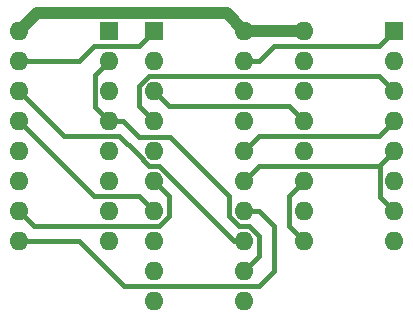
<source format=gbr>
%TF.GenerationSoftware,KiCad,Pcbnew,8.0.4*%
%TF.CreationDate,2024-08-17T03:45:06-04:00*%
%TF.ProjectId,8216 substitute,38323136-2073-4756-9273-746974757465,rev?*%
%TF.SameCoordinates,Original*%
%TF.FileFunction,Copper,L2,Bot*%
%TF.FilePolarity,Positive*%
%FSLAX46Y46*%
G04 Gerber Fmt 4.6, Leading zero omitted, Abs format (unit mm)*
G04 Created by KiCad (PCBNEW 8.0.4) date 2024-08-17 03:45:06*
%MOMM*%
%LPD*%
G01*
G04 APERTURE LIST*
%TA.AperFunction,ComponentPad*%
%ADD10R,1.600000X1.600000*%
%TD*%
%TA.AperFunction,ComponentPad*%
%ADD11O,1.600000X1.600000*%
%TD*%
%TA.AperFunction,Conductor*%
%ADD12C,0.400000*%
%TD*%
%TA.AperFunction,Conductor*%
%ADD13C,1.000000*%
%TD*%
G04 APERTURE END LIST*
D10*
%TO.P,U2,1,~{CS}*%
%TO.N,ENA*%
X104140000Y-58420000D03*
D11*
%TO.P,U2,2,DO0*%
%TO.N,B2*%
X104140000Y-60960000D03*
%TO.P,U2,3,DB0*%
%TO.N,A2*%
X104140000Y-63500000D03*
%TO.P,U2,4,DI0*%
%TO.N,B2*%
X104140000Y-66040000D03*
%TO.P,U2,5,DO1*%
%TO.N,B3*%
X104140000Y-68580000D03*
%TO.P,U2,6,DB1*%
%TO.N,A3*%
X104140000Y-71120000D03*
%TO.P,U2,7,DI1*%
%TO.N,B3*%
X104140000Y-73660000D03*
%TO.P,U2,8,GND*%
%TO.N,GND*%
X104140000Y-76200000D03*
%TO.P,U2,9,DI2*%
%TO.N,B0*%
X96520000Y-76200000D03*
%TO.P,U2,10,DB2*%
%TO.N,A0*%
X96520000Y-73660000D03*
%TO.P,U2,11,DO2*%
%TO.N,B0*%
X96520000Y-71120000D03*
%TO.P,U2,12,DI3*%
%TO.N,B1*%
X96520000Y-68580000D03*
%TO.P,U2,13,DB3*%
%TO.N,A1*%
X96520000Y-66040000D03*
%TO.P,U2,14,DO3*%
%TO.N,B1*%
X96520000Y-63500000D03*
%TO.P,U2,15,IN/~{OUT}*%
%TO.N,DIR*%
X96520000Y-60960000D03*
%TO.P,U2,16,VCC*%
%TO.N,+5V*%
X96520000Y-58420000D03*
%TD*%
D10*
%TO.P,U3,1,~{CS}*%
%TO.N,ENA*%
X80010000Y-58420000D03*
D11*
%TO.P,U3,2,DO0*%
%TO.N,B6*%
X80010000Y-60960000D03*
%TO.P,U3,3,DB0*%
%TO.N,A6*%
X80010000Y-63500000D03*
%TO.P,U3,4,DI0*%
%TO.N,B6*%
X80010000Y-66040000D03*
%TO.P,U3,5,DO1*%
%TO.N,B7*%
X80010000Y-68580000D03*
%TO.P,U3,6,DB1*%
%TO.N,A7*%
X80010000Y-71120000D03*
%TO.P,U3,7,DI1*%
%TO.N,B7*%
X80010000Y-73660000D03*
%TO.P,U3,8,GND*%
%TO.N,GND*%
X80010000Y-76200000D03*
%TO.P,U3,9,DI2*%
%TO.N,B4*%
X72390000Y-76200000D03*
%TO.P,U3,10,DB2*%
%TO.N,A4*%
X72390000Y-73660000D03*
%TO.P,U3,11,DO2*%
%TO.N,B4*%
X72390000Y-71120000D03*
%TO.P,U3,12,DI3*%
%TO.N,B5*%
X72390000Y-68580000D03*
%TO.P,U3,13,DB3*%
%TO.N,A5*%
X72390000Y-66040000D03*
%TO.P,U3,14,DO3*%
%TO.N,B5*%
X72390000Y-63500000D03*
%TO.P,U3,15,IN/~{OUT}*%
%TO.N,DIR*%
X72390000Y-60960000D03*
%TO.P,U3,16,VCC*%
%TO.N,+5V*%
X72390000Y-58420000D03*
%TD*%
D10*
%TO.P,U1,1,A->B*%
%TO.N,DIR*%
X83820000Y-58420000D03*
D11*
%TO.P,U1,2,A0*%
%TO.N,A0*%
X83820000Y-60960000D03*
%TO.P,U1,3,A1*%
%TO.N,A1*%
X83820000Y-63500000D03*
%TO.P,U1,4,A2*%
%TO.N,A2*%
X83820000Y-66040000D03*
%TO.P,U1,5,A3*%
%TO.N,A3*%
X83820000Y-68580000D03*
%TO.P,U1,6,A4*%
%TO.N,A4*%
X83820000Y-71120000D03*
%TO.P,U1,7,A5*%
%TO.N,A5*%
X83820000Y-73660000D03*
%TO.P,U1,8,A6*%
%TO.N,A6*%
X83820000Y-76200000D03*
%TO.P,U1,9,A7*%
%TO.N,A7*%
X83820000Y-78740000D03*
%TO.P,U1,10,GND*%
%TO.N,GND*%
X83820000Y-81280000D03*
%TO.P,U1,11,B7*%
%TO.N,B7*%
X91440000Y-81280000D03*
%TO.P,U1,12,B6*%
%TO.N,B6*%
X91440000Y-78740000D03*
%TO.P,U1,13,B5*%
%TO.N,B5*%
X91440000Y-76200000D03*
%TO.P,U1,14,B4*%
%TO.N,B4*%
X91440000Y-73660000D03*
%TO.P,U1,15,B3*%
%TO.N,B3*%
X91440000Y-71120000D03*
%TO.P,U1,16,B2*%
%TO.N,B2*%
X91440000Y-68580000D03*
%TO.P,U1,17,B1*%
%TO.N,B1*%
X91440000Y-66040000D03*
%TO.P,U1,18,B0*%
%TO.N,B0*%
X91440000Y-63500000D03*
%TO.P,U1,19,CE*%
%TO.N,ENA*%
X91440000Y-60960000D03*
%TO.P,U1,20,VCC*%
%TO.N,+5V*%
X91440000Y-58420000D03*
%TD*%
D12*
%TO.N,B6*%
X78810000Y-62160000D02*
X80010000Y-60960000D01*
X78810000Y-64840000D02*
X78810000Y-62160000D01*
X80010000Y-66040000D02*
X78810000Y-64840000D01*
%TO.N,B0*%
X95250000Y-74930000D02*
X96520000Y-76200000D01*
X95250000Y-72390000D02*
X95250000Y-74930000D01*
X96520000Y-71120000D02*
X95250000Y-72390000D01*
%TO.N,B3*%
X92710000Y-69850000D02*
X102870000Y-69850000D01*
X91440000Y-71120000D02*
X92710000Y-69850000D01*
X102870000Y-69850000D02*
X102940000Y-69780000D01*
X102940000Y-71120000D02*
X102940000Y-69780000D01*
X102940000Y-72460000D02*
X102940000Y-71120000D01*
X102940000Y-69780000D02*
X104140000Y-68580000D01*
X104140000Y-73660000D02*
X102940000Y-72460000D01*
%TO.N,ENA*%
X93980000Y-59690000D02*
X102870000Y-59690000D01*
X92710000Y-60960000D02*
X93980000Y-59690000D01*
X102870000Y-59690000D02*
X104140000Y-58420000D01*
X91440000Y-60960000D02*
X92710000Y-60960000D01*
%TO.N,DIR*%
X77470000Y-60960000D02*
X72390000Y-60960000D01*
X78740000Y-59690000D02*
X77470000Y-60960000D01*
X82550000Y-59690000D02*
X78740000Y-59690000D01*
X83820000Y-58420000D02*
X82550000Y-59690000D01*
D13*
%TO.N,+5V*%
X91440000Y-58420000D02*
X96520000Y-58420000D01*
X89940000Y-56920000D02*
X91440000Y-58420000D01*
X73890000Y-56920000D02*
X89940000Y-56920000D01*
X72390000Y-58420000D02*
X73890000Y-56920000D01*
D12*
%TO.N,A5*%
X82550000Y-72390000D02*
X78740000Y-72390000D01*
X78740000Y-72390000D02*
X72390000Y-66040000D01*
X83820000Y-73660000D02*
X82550000Y-72390000D01*
%TO.N,A4*%
X73660000Y-74930000D02*
X72390000Y-73660000D01*
X84247057Y-74930000D02*
X73660000Y-74930000D01*
X85090000Y-74087057D02*
X84247057Y-74930000D01*
X85090000Y-72390000D02*
X85090000Y-74087057D01*
X83820000Y-71120000D02*
X85090000Y-72390000D01*
%TO.N,B5*%
X83392943Y-69850000D02*
X84247057Y-69850000D01*
X90597057Y-76200000D02*
X91440000Y-76200000D01*
X76200000Y-67310000D02*
X80852942Y-67310000D01*
X82336471Y-68793529D02*
X83392943Y-69850000D01*
X84247057Y-69850000D02*
X90597057Y-76200000D01*
X72390000Y-63500000D02*
X76200000Y-67310000D01*
X80852942Y-67310000D02*
X82336471Y-68793529D01*
%TO.N,B6*%
X81210000Y-66040000D02*
X82550000Y-67380000D01*
X80010000Y-66040000D02*
X81210000Y-66040000D01*
X82550000Y-67380000D02*
X85160000Y-67380000D01*
X85160000Y-67380000D02*
X90170000Y-72390000D01*
X90170000Y-74087057D02*
X91012943Y-74930000D01*
X90170000Y-72390000D02*
X90170000Y-74087057D01*
X91012943Y-74930000D02*
X91867057Y-74930000D01*
X92710000Y-75772943D02*
X91867057Y-74930000D01*
X92710000Y-77470000D02*
X92710000Y-75772943D01*
X91440000Y-78740000D02*
X92710000Y-77470000D01*
%TO.N,B4*%
X92710000Y-73660000D02*
X91440000Y-73660000D01*
X93980000Y-74930000D02*
X92710000Y-73660000D01*
X93980000Y-78740000D02*
X93980000Y-74930000D01*
X92710000Y-80010000D02*
X93980000Y-78740000D01*
X81280000Y-80010000D02*
X92710000Y-80010000D01*
X77470000Y-76200000D02*
X81280000Y-80010000D01*
X72390000Y-76200000D02*
X77470000Y-76200000D01*
%TO.N,B2*%
X92710000Y-67310000D02*
X91440000Y-68580000D01*
X104140000Y-66040000D02*
X102870000Y-67310000D01*
X102870000Y-67310000D02*
X92710000Y-67310000D01*
%TO.N,A2*%
X82550000Y-63072943D02*
X82550000Y-64770000D01*
X83392943Y-62230000D02*
X82550000Y-63072943D01*
X82550000Y-64770000D02*
X83820000Y-66040000D01*
X102870000Y-62230000D02*
X83392943Y-62230000D01*
X104140000Y-63500000D02*
X102870000Y-62230000D01*
%TO.N,A1*%
X85090000Y-64770000D02*
X83820000Y-63500000D01*
X95250000Y-64770000D02*
X85090000Y-64770000D01*
X96520000Y-66040000D02*
X95250000Y-64770000D01*
%TD*%
M02*

</source>
